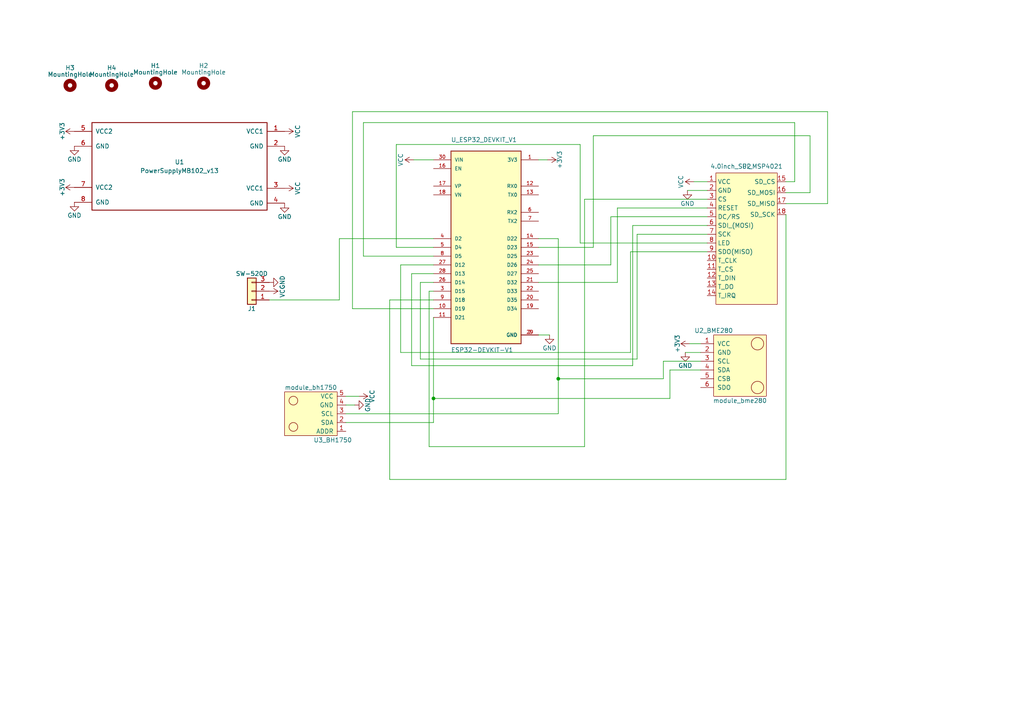
<source format=kicad_sch>
(kicad_sch (version 20211123) (generator eeschema)
  (paper "A4")
  (title_block (title "Amefuri Kozo"))
  (lib_symbols
    (symbol "Connector_Generic:Conn_01x03" (pin_names (offset 1.016) hide)
      (property "Reference" "J" (at 0 5.08 0))
      (property "Value" "Conn_01x03" (at 0 -5.08 0))
      (symbol "Conn_01x03_1_1"
        (rectangle (start -1.27 -2.413) (end 0 -2.667) (stroke (width 0.1524)))
        (rectangle (start -1.27 0.127) (end 0 -0.127) (stroke (width 0.1524)))
        (rectangle (start -1.27 2.667) (end 0 2.413) (stroke (width 0.1524)))
        (rectangle (start -1.27 3.81) (end 1.27 -3.81) (stroke (width 0.254)) (fill (type background)))
        (pin passive line (at -5.08 2.54 0) (length 3.81) (name "Pin_1") (number "1"))
        (pin passive line (at -5.08 0 0) (length 3.81) (name "Pin_2") (number "2"))
        (pin passive line (at -5.08 -2.54 0) (length 3.81) (name "Pin_3") (number "3"))
      )
    )
    (symbol "Mechanical:MountingHole" (pin_names (offset 1.016))
      (property "Reference" "H" (at 0 5.08 0))
      (property "Value" "MountingHole" (at 0 3.175 0))
      (symbol "MountingHole_0_1"
        (circle (center 0 0) (radius 1.27) (stroke (width 1.27)))
      )
    )
    (symbol "doit-esp32-devkit-v1:ESP32-DEVKIT-V1" (pin_names (offset 1.016))
      (property "Reference" "U" (at -10.16 30.48 0))
      (property "Value" "ESP32-DEVKIT-V1" (at -10.16 -30.48 0))
      (symbol "ESP32-DEVKIT-V1_0_0"
        (rectangle (start -10.16 -27.94) (end 10.16 27.94) (stroke (width 0.254)) (fill (type background)))
        (pin output line (at 15.24 25.4 180) (length 5.08) (name "3V3") (number "1"))
        (pin bidirectional line (at -15.24 -17.78 0) (length 5.08) (name "D19") (number "10"))
        (pin bidirectional line (at -15.24 -20.32 0) (length 5.08) (name "D21") (number "11"))
        (pin input line (at 15.24 17.78 180) (length 5.08) (name "RX0") (number "12"))
        (pin output line (at 15.24 15.24 180) (length 5.08) (name "TX0") (number "13"))
        (pin bidirectional line (at 15.24 2.54 180) (length 5.08) (name "D22") (number "14"))
        (pin bidirectional line (at 15.24 0 180) (length 5.08) (name "D23") (number "15"))
        (pin input line (at -15.24 22.86 0) (length 5.08) (name "EN") (number "16"))
        (pin bidirectional line (at -15.24 17.78 0) (length 5.08) (name "VP") (number "17"))
        (pin bidirectional line (at -15.24 15.24 0) (length 5.08) (name "VN") (number "18"))
        (pin bidirectional line (at 15.24 -17.78 180) (length 5.08) (name "D34") (number "19"))
        (pin power_in line (at 15.24 -25.4 180) (length 5.08) (name "GND") (number "2"))
        (pin bidirectional line (at 15.24 -15.24 180) (length 5.08) (name "D35") (number "20"))
        (pin bidirectional line (at 15.24 -10.16 180) (length 5.08) (name "D32") (number "21"))
        (pin bidirectional line (at 15.24 -12.7 180) (length 5.08) (name "D33") (number "22"))
        (pin bidirectional line (at 15.24 -2.54 180) (length 5.08) (name "D25") (number "23"))
        (pin bidirectional line (at 15.24 -5.08 180) (length 5.08) (name "D26") (number "24"))
        (pin bidirectional line (at 15.24 -7.62 180) (length 5.08) (name "D27") (number "25"))
        (pin bidirectional line (at -15.24 -10.16 0) (length 5.08) (name "D14") (number "26"))
        (pin bidirectional line (at -15.24 -5.08 0) (length 5.08) (name "D12") (number "27"))
        (pin bidirectional line (at -15.24 -7.62 0) (length 5.08) (name "D13") (number "28"))
        (pin power_in line (at 15.24 -25.4 180) (length 5.08) (name "GND") (number "29"))
        (pin bidirectional line (at -15.24 -12.7 0) (length 5.08) (name "D15") (number "3"))
        (pin input line (at -15.24 25.4 0) (length 5.08) (name "VIN") (number "30"))
        (pin bidirectional line (at -15.24 2.54 0) (length 5.08) (name "D2") (number "4"))
        (pin bidirectional line (at -15.24 0 0) (length 5.08) (name "D4") (number "5"))
        (pin input line (at 15.24 10.16 180) (length 5.08) (name "RX2") (number "6"))
        (pin output line (at 15.24 7.62 180) (length 5.08) (name "TX2") (number "7"))
        (pin bidirectional line (at -15.24 -2.54 0) (length 5.08) (name "D5") (number "8"))
        (pin bidirectional line (at -15.24 -15.24 0) (length 5.08) (name "D18") (number "9"))
      )
    )
    (symbol "lcd:4.0inch_SPI_MSP4021"
      (property "Reference" "U" (at 0 0 0))
      (property "Value" "4.0inch_SPI_MSP4021" (at 0 0 0))
      (symbol "4.0inch_SPI_MSP4021_0_1"
        (rectangle (start -8.89 -1.905) (end 8.89 -40.005) (stroke (width 0.1524)) (fill (type background)))
      )
      (symbol "4.0inch_SPI_MSP4021_1_1"
        (pin input line (at -11.43 -4.445 0) (length 2.54) (name "VCC") (number "1"))
        (pin input line (at -11.43 -27.305 0) (length 2.54) (name "T_CLK") (number "10"))
        (pin input line (at -11.43 -29.845 0) (length 2.54) (name "T_CS") (number "11"))
        (pin input line (at -11.43 -32.385 0) (length 2.54) (name "T_DIN") (number "12"))
        (pin input line (at -11.43 -34.925 0) (length 2.54) (name "T_DO") (number "13"))
        (pin input line (at -11.43 -37.465 0) (length 2.54) (name "T_IRQ") (number "14"))
        (pin input line (at 11.43 -4.445 180) (length 2.54) (name "SD_CS") (number "15"))
        (pin input line (at 11.43 -7.62 180) (length 2.54) (name "SD_MOSI") (number "16"))
        (pin input line (at 11.43 -10.795 180) (length 2.54) (name "SD_MISO") (number "17"))
        (pin input line (at 11.43 -13.97 180) (length 2.54) (name "SD_SCK") (number "18"))
        (pin input line (at -11.43 -6.985 0) (length 2.54) (name "GND") (number "2"))
        (pin input line (at -11.43 -9.525 0) (length 2.54) (name "CS") (number "3"))
        (pin input line (at -11.43 -12.065 0) (length 2.54) (name "RESET") (number "4"))
        (pin input line (at -11.43 -14.605 0) (length 2.54) (name "DC/RS") (number "5"))
        (pin input line (at -11.43 -17.145 0) (length 2.54) (name "SDI_(MOSI)") (number "6"))
        (pin input line (at -11.43 -19.685 0) (length 2.54) (name "SCK") (number "7"))
        (pin input line (at -11.43 -22.225 0) (length 2.54) (name "LED") (number "8"))
        (pin input line (at -11.43 -24.765 0) (length 2.54) (name "SDO(MISO)") (number "9"))
      )
    )
    (symbol "power:+3V3" (power) (pin_names (offset 0))
      (property "Value" "+3V3" (at 0 3.556 0))
      (symbol "+3V3_0_1"
        (polyline (pts (xy -0.762 1.27) (xy 0 2.54)))
        (polyline (pts (xy 0 0) (xy 0 2.54)))
        (polyline (pts (xy 0 2.54) (xy 0.762 1.27)))
      )
      (symbol "+3V3_1_1"
        (pin power_in line (at 0 0 90) (length 0) hide (name "+3V3") (number "1"))
      )
    )
    (symbol "power:GND" (power) (pin_names (offset 0))
      (property "Value" "GND" (at 0 -3.81 0))
      (symbol "GND_0_1"
        (polyline (pts (xy 0 0) (xy 0 -1.27) (xy 1.27 -1.27) (xy 0 -2.54) (xy -1.27 -1.27) (xy 0 -1.27)))
      )
      (symbol "GND_1_1"
        (pin power_in line (at 0 0 270) (length 0) hide (name "GND") (number "1"))
      )
    )
    (symbol "power:VCC" (power) (pin_names (offset 0))
      (property "Value" "VCC" (at 0 3.81 0))
      (symbol "VCC_0_1"
        (polyline (pts (xy -0.762 1.27) (xy 0 2.54)))
        (polyline (pts (xy 0 0) (xy 0 2.54)))
        (polyline (pts (xy 0 2.54) (xy 0.762 1.27)))
      )
      (symbol "VCC_1_1"
        (pin power_in line (at 0 0 90) (length 0) hide (name "VCC") (number "1"))
      )
    )
    (symbol "power_supplyies:PowerSupplyMB102_v13" (pin_names (offset 1.016))
      (property "Reference" "U" (at 0 1.27 0))
      (property "Value" "PowerSupplyMB102_v13" (at 0 -1.27 0))
      (symbol "PowerSupplyMB102_v13_0_0"
        (rectangle (start -25.4 12.7) (end 25.4 -12.7) (stroke (width 0.254)))
      )
      (symbol "PowerSupplyMB102_v13_1_0"
        (pin unspecified line (at 30.48 10.16 180) (length 5.08) (name "VCC1") (number "1"))
        (pin unspecified line (at 30.48 5.842 180) (length 5.08) (name "GND") (number "2"))
        (pin unspecified line (at 30.48 -6.35 180) (length 5.08) (name "VCC1") (number "3"))
        (pin unspecified line (at 30.48 -10.668 180) (length 5.08) (name "GND") (number "4"))
        (pin unspecified line (at -30.48 10.16 0) (length 5.08) (name "VCC2") (number "5"))
        (pin unspecified line (at -30.48 5.842 0) (length 5.08) (name "GND") (number "6"))
        (pin unspecified line (at -30.48 -6.096 0) (length 5.08) (name "VCC2") (number "7"))
        (pin unspecified line (at -30.48 -10.414 0) (length 5.08) (name "GND") (number "8"))
      )
    )
    (symbol "usini_sensors:module_bh1750" (pin_names (offset 1.016))
      (property "Reference" "U" (at 3.81 10.16 0))
      (property "Value" "module_bh1750" (at 10.16 -5.08 0))
      (symbol "module_bh1750_0_1"
        (rectangle (start 2.54 8.89) (end 17.78 -3.81) (fill (type background)))
        (circle (center 15.24 -1.27) (radius 1.27))
        (circle (center 15.24 6.35) (radius 1.27))
      )
      (symbol "module_bh1750_1_1"
        (pin input line (at 0 7.62 0) (length 2.54) (name "ADDR") (number "1"))
        (pin input line (at 0 5.08 0) (length 2.54) (name "SDA") (number "2"))
        (pin input line (at 0 2.54 0) (length 2.54) (name "SCL") (number "3"))
        (pin input line (at 0 0 0) (length 2.54) (name "GND") (number "4"))
        (pin input line (at 0 -2.54 0) (length 2.54) (name "VCC") (number "5"))
      )
    )
    (symbol "usini_sensors:module_bme280" (pin_names (offset 1.016))
      (property "Reference" "U" (at 3.81 11.43 0))
      (property "Value" "module_bme280" (at 11.43 -8.89 0))
      (symbol "module_bme280_0_1"
        (rectangle (start 3.81 -7.62) (end 19.05 10.16) (fill (type background)))
        (circle (center 16.51 -5.08) (radius 1.8034))
        (circle (center 16.51 7.62) (radius 1.8034))
      )
      (symbol "module_bme280_1_1"
        (pin passive line (at 0 7.62 0) (length 3.81) (name "VCC") (number "1"))
        (pin passive line (at 0 5.08 0) (length 3.81) (name "GND") (number "2"))
        (pin passive line (at 0 2.54 0) (length 3.81) (name "SCL") (number "3"))
        (pin passive line (at 0 0 0) (length 3.81) (name "SDA") (number "4"))
        (pin passive line (at 0 -2.54 0) (length 3.81) (name "CSB") (number "5"))
        (pin passive line (at 0 -5.08 0) (length 3.81) (name "SDO") (number "6"))
      )
    )
  )
  (junction (at 125.73 115.57))
  (junction (at 161.925 109.855))
  (wire (pts (xy 205.105 62.865) (xy 177.165 62.865)))
  (wire (pts (xy 227.965 139.065) (xy 113.03 139.065)))
  (wire (pts (xy 172.085 39.37) (xy 172.085 71.755)))
  (wire (pts (xy 227.965 55.88) (xy 234.95 55.88)))
  (wire (pts (xy 102.235 32.385) (xy 102.235 89.535)))
  (wire (pts (xy 182.88 73.025) (xy 182.88 102.235)))
  (wire (pts (xy 227.965 62.23) (xy 227.965 139.065)))
  (wire (pts (xy 105.41 74.295) (xy 125.73 74.295)))
  (wire (pts (xy 121.92 104.14) (xy 121.92 81.915)))
  (wire (pts (xy 161.925 69.215) (xy 156.21 69.215)))
  (wire (pts (xy 116.205 76.835) (xy 125.73 76.835)))
  (wire (pts (xy 177.165 76.835) (xy 156.21 76.835)))
  (wire (pts (xy 240.03 59.055) (xy 240.03 32.385)))
  (wire (pts (xy 124.46 129.54) (xy 124.46 84.455)))
  (wire (pts (xy 169.545 129.54) (xy 124.46 129.54)))
  (wire (pts (xy 203.2 104.775) (xy 192.405 104.775)))
  (wire (pts (xy 100.33 114.935) (xy 104.14 114.935)))
  (wire (pts (xy 184.785 67.945) (xy 184.785 104.14)))
  (wire (pts (xy 203.2 107.315) (xy 194.31 107.315)))
  (wire (pts (xy 205.105 57.785) (xy 169.545 57.785)))
  (wire (pts (xy 119.38 106.045) (xy 119.38 79.375)))
  (wire (pts (xy 78.105 86.995) (xy 98.425 86.995)))
  (wire (pts (xy 234.95 55.88) (xy 234.95 39.37)))
  (wire (pts (xy 205.105 65.405) (xy 183.515 65.405)))
  (wire (pts (xy 227.965 59.055) (xy 240.03 59.055)))
  (wire (pts (xy 184.785 104.14) (xy 121.92 104.14)))
  (wire (pts (xy 102.235 89.535) (xy 125.73 89.535)))
  (wire (pts (xy 230.505 35.56) (xy 105.41 35.56)))
  (wire (pts (xy 156.21 97.155) (xy 159.385 97.155)))
  (wire (pts (xy 98.425 86.995) (xy 98.425 69.215)))
  (wire (pts (xy 169.545 57.785) (xy 169.545 129.54)))
  (wire (pts (xy 100.33 120.015) (xy 161.925 120.015)))
  (wire (pts (xy 179.07 81.915) (xy 156.21 81.915)))
  (wire (pts (xy 168.275 70.485) (xy 168.275 41.91)))
  (wire (pts (xy 120.015 46.355) (xy 125.73 46.355)))
  (wire (pts (xy 183.515 106.045) (xy 119.38 106.045)))
  (wire (pts (xy 192.405 109.855) (xy 161.925 109.855)))
  (wire (pts (xy 200.025 99.695) (xy 203.2 99.695)))
  (wire (pts (xy 194.31 115.57) (xy 125.73 115.57)))
  (wire (pts (xy 125.73 92.075) (xy 125.73 115.57)))
  (wire (pts (xy 230.505 52.705) (xy 230.505 35.56)))
  (wire (pts (xy 201.295 52.705) (xy 205.105 52.705)))
  (wire (pts (xy 105.41 35.56) (xy 105.41 74.295)))
  (wire (pts (xy 194.31 107.315) (xy 194.31 115.57)))
  (wire (pts (xy 100.33 122.555) (xy 125.73 122.555)))
  (wire (pts (xy 183.515 65.405) (xy 183.515 106.045)))
  (wire (pts (xy 114.935 41.91) (xy 114.935 71.755)))
  (wire (pts (xy 179.07 60.325) (xy 179.07 81.915)))
  (wire (pts (xy 100.33 117.475) (xy 102.87 117.475)))
  (wire (pts (xy 161.925 109.855) (xy 161.925 120.015)))
  (wire (pts (xy 198.755 102.235) (xy 203.2 102.235)))
  (wire (pts (xy 98.425 69.215) (xy 125.73 69.215)))
  (wire (pts (xy 168.275 70.485) (xy 205.105 70.485)))
  (wire (pts (xy 199.39 55.245) (xy 205.105 55.245)))
  (wire (pts (xy 116.205 102.235) (xy 116.205 76.835)))
  (wire (pts (xy 113.03 86.995) (xy 125.73 86.995)))
  (wire (pts (xy 205.105 60.325) (xy 179.07 60.325)))
  (wire (pts (xy 240.03 32.385) (xy 102.235 32.385)))
  (wire (pts (xy 161.925 69.215) (xy 161.925 109.855)))
  (wire (pts (xy 113.03 139.065) (xy 113.03 86.995)))
  (wire (pts (xy 121.92 81.915) (xy 125.73 81.915)))
  (wire (pts (xy 172.085 71.755) (xy 156.21 71.755)))
  (wire (pts (xy 205.105 73.025) (xy 182.88 73.025)))
  (wire (pts (xy 227.965 52.705) (xy 230.505 52.705)))
  (wire (pts (xy 114.935 71.755) (xy 125.73 71.755)))
  (wire (pts (xy 182.88 102.235) (xy 116.205 102.235)))
  (wire (pts (xy 177.165 62.865) (xy 177.165 76.835)))
  (wire (pts (xy 168.275 41.91) (xy 114.935 41.91)))
  (wire (pts (xy 192.405 104.775) (xy 192.405 109.855)))
  (wire (pts (xy 119.38 79.375) (xy 125.73 79.375)))
  (wire (pts (xy 156.21 46.355) (xy 158.75 46.355)))
  (wire (pts (xy 234.95 39.37) (xy 172.085 39.37)))
  (wire (pts (xy 205.105 67.945) (xy 184.785 67.945)))
  (wire (pts (xy 124.46 84.455) (xy 125.73 84.455)))
  (wire (pts (xy 125.73 115.57) (xy 125.73 122.555)))
  (symbol (lib_id "usini_sensors:module_bme280") (at 203.2 107.315 0) (unit 1)
    (property "Reference" "U2_BME280" (at 207.01 95.885 0))
    (property "Value" "module_bme280" (at 214.63 116.205 0))
    (property "Footprint" "usini_sensors:module_bme280" (effects hide))
  )
  (symbol (lib_id "power:VCC") (at 78.105 84.455 270) (unit 1)
    (property "Reference" "#PWR0102" (effects hide))
    (property "Value" "VCC" (at 81.915 84.455 0))
  )
  (symbol (lib_id "Mechanical:MountingHole") (at 45.085 24.13 0) (unit 1)
    (property "Reference" "H1" (at 45.085 19.05 0))
    (property "Value" "MountingHole" (at 45.085 20.955 0))
    (property "Footprint" "MountingHole:MountingHole_2.2mm_M2" (effects hide))
  )
  (symbol (lib_id "power:GND") (at 159.385 97.155 0) (unit 1)
    (property "Reference" "#PWR0103" (effects hide))
    (property "Value" "GND" (at 159.385 100.965 0))
  )
  (symbol (lib_id "power:VCC") (at 82.55 38.1 270) (unit 1)
    (property "Reference" "#PWR0114" (effects hide))
    (property "Value" "VCC" (at 86.36 38.1 0))
  )
  (symbol (lib_id "lcd:4.0inch_SPI_MSP4021") (at 216.535 48.26 0) (unit 1)
    (property "Reference" "U2" (at 216.535 48.26 0))
    (property "Value" "4.0inch_SPI_MSP4021" (at 216.535 48.26 0))
    (property "Footprint" "lcd:4.0inch_SPI" (effects hide))
  )
  (symbol (lib_id "power:+3V3") (at 158.75 46.355 270) (unit 1)
    (property "Reference" "#PWR0106" (effects hide))
    (property "Value" "+3V3" (at 162.306 46.355 0))
  )
  (symbol (lib_id "power:GND") (at 78.105 81.915 90) (unit 1)
    (property "Reference" "#PWR0105" (effects hide))
    (property "Value" "GND" (at 81.915 81.915 0))
  )
  (symbol (lib_id "power:+3V3") (at 21.59 38.1 90) (unit 1)
    (property "Reference" "#PWR0112" (effects hide))
    (property "Value" "+3V3" (at 18.034 38.1 0))
  )
  (symbol (lib_id "usini_sensors:module_bh1750") (at 100.33 117.475 180) (unit 1)
    (property "Reference" "U3_BH1750" (at 96.52 127.635 0))
    (property "Value" "module_bh1750" (at 90.17 112.395 0))
    (property "Footprint" "usini_sensors:module_bh1750" (effects hide))
  )
  (symbol (lib_id "Connector_Generic:Conn_01x03") (at 73.025 84.455 180) (unit 1)
    (property "Reference" "J1" (at 73.025 89.535 0))
    (property "Value" "SW-520D" (at 73.025 79.375 0))
    (property "Footprint" "Connector_PinHeader_2.54mm:PinHeader_1x03_P2.54mm_Horizontal" (effects hide))
  )
  (symbol (lib_id "power:GND") (at 199.39 55.245 0) (unit 1)
    (property "Reference" "#PWR0110" (effects hide))
    (property "Value" "GND" (at 199.39 59.055 0))
  )
  (symbol (lib_id "power:GND") (at 82.55 42.418 0) (unit 1)
    (property "Reference" "#PWR0117" (effects hide))
    (property "Value" "GND" (at 82.55 46.228 0))
  )
  (symbol (lib_id "power:GND") (at 198.755 102.235 0) (unit 1)
    (property "Reference" "#PWR0101" (effects hide))
    (property "Value" "GND" (at 198.755 106.045 0))
  )
  (symbol (lib_id "power:GND") (at 102.87 117.475 90) (unit 1)
    (property "Reference" "#PWR0104" (effects hide))
    (property "Value" "GND" (at 106.68 117.475 0))
  )
  (symbol (lib_id "Mechanical:MountingHole") (at 20.32 24.765 0) (unit 1)
    (property "Reference" "H3" (at 20.32 19.685 0))
    (property "Value" "MountingHole" (at 20.32 21.59 0))
    (property "Footprint" "MountingHole:MountingHole_2.2mm_M2" (effects hide))
  )
  (symbol (lib_id "power:VCC") (at 201.295 52.705 90) (unit 1)
    (property "Reference" "#PWR0111" (effects hide))
    (property "Value" "VCC" (at 197.485 52.705 0))
  )
  (symbol (lib_id "power:GND") (at 82.55 59.055 0) (unit 1)
    (property "Reference" "#PWR0119" (effects hide))
    (property "Value" "GND" (at 82.55 62.865 0))
  )
  (symbol (lib_id "doit-esp32-devkit-v1:ESP32-DEVKIT-V1") (at 140.97 71.755 0) (unit 1)
    (property "Reference" "U_ESP32_DEVKIT_V1" (at 130.81 41.275 0) (effects (justify left bottom)))
    (property "Value" "ESP32-DEVKIT-V1" (at 130.81 102.235 0) (effects (justify left bottom)))
    (property "Footprint" "esp32:MODULE_ESP32_DEVKIT_V1" (effects hide))
    (property "MANUFACTURER" "DOIT" (effects hide))
    (property "STANDARD" "Manufacturer Recommendations" (effects hide))
    (property "MAXIMUM_PACKAGE_HEIGHT" "6.8 mm" (effects hide))
    (property "PARTREV" "N/A" (effects hide))
  )
  (symbol (lib_id "power:GND") (at 21.59 58.674 0) (unit 1)
    (property "Reference" "#PWR0116" (effects hide))
    (property "Value" "GND" (at 21.59 62.484 0))
  )
  (symbol (lib_id "power:+3V3") (at 200.025 99.695 90) (unit 1)
    (property "Reference" "#PWR0109" (effects hide))
    (property "Value" "+3V3" (at 196.469 99.695 0))
  )
  (symbol (lib_id "Mechanical:MountingHole") (at 59.055 24.13 0) (unit 1)
    (property "Reference" "H2" (at 59.055 19.05 0))
    (property "Value" "MountingHole" (at 59.055 20.955 0))
    (property "Footprint" "MountingHole:MountingHole_2.2mm_M2" (effects hide))
  )
  (symbol (lib_id "power_supplyies:PowerSupplyMB102_v13") (at 52.07 48.26 0) (unit 1)
    (property "Reference" "U1" (at 52.07 46.99 0))
    (property "Value" "PowerSupplyMB102_v13" (at 52.07 49.53 0))
    (property "Footprint" "power_supplies:POWERSUPPLYMB102" (effects hide))
  )
  (symbol (lib_id "power:VCC") (at 82.55 54.61 270) (unit 1)
    (property "Reference" "#PWR0118" (effects hide))
    (property "Value" "VCC" (at 86.36 54.61 0))
  )
  (symbol (lib_id "power:VCC") (at 104.14 114.935 270) (unit 1)
    (property "Reference" "#PWR0108" (effects hide))
    (property "Value" "VCC" (at 107.95 114.935 0))
  )
  (symbol (lib_id "Mechanical:MountingHole") (at 32.385 24.765 0) (unit 1)
    (property "Reference" "H4" (at 32.385 19.685 0))
    (property "Value" "MountingHole" (at 32.385 21.59 0))
    (property "Footprint" "MountingHole:MountingHole_2.2mm_M2" (effects hide))
  )
  (symbol (lib_id "power:GND") (at 21.59 42.418 0) (unit 1)
    (property "Reference" "#PWR0115" (effects hide))
    (property "Value" "GND" (at 21.59 46.228 0))
  )
  (symbol (lib_id "power:VCC") (at 120.015 46.355 90) (unit 1)
    (property "Reference" "#PWR0107" (effects hide))
    (property "Value" "VCC" (at 116.205 46.355 0))
  )
  (symbol (lib_id "power:+3V3") (at 21.59 54.356 90) (unit 1)
    (property "Reference" "#PWR0113" (effects hide))
    (property "Value" "+3V3" (at 18.034 54.356 0))
  )
)
</source>
